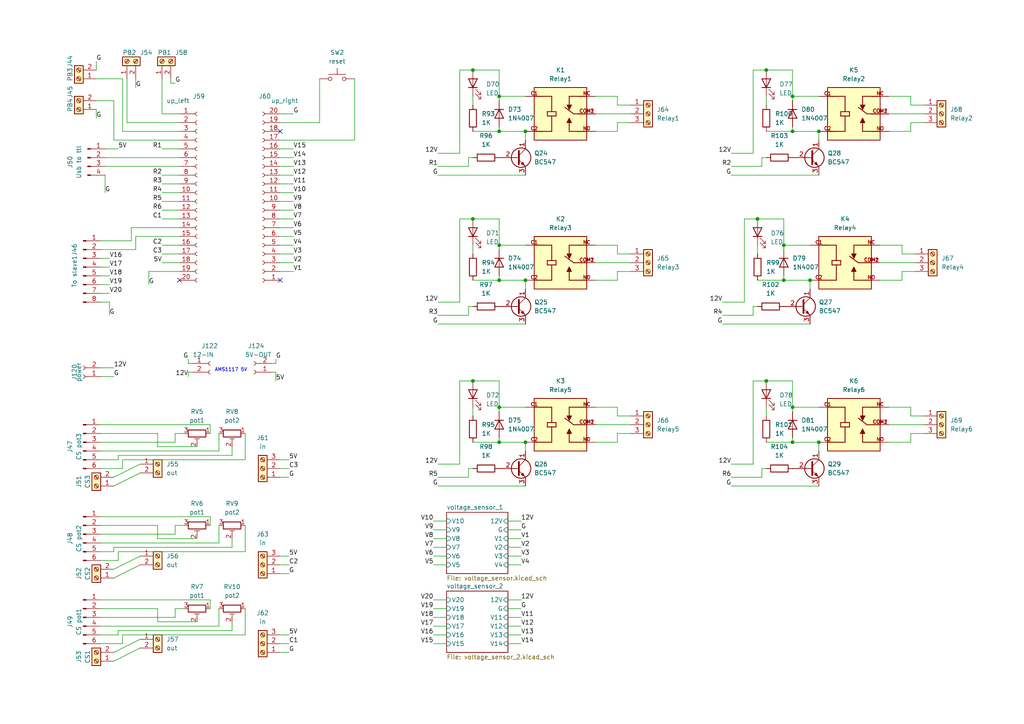
<source format=kicad_sch>
(kicad_sch (version 20211123) (generator eeschema)
  (paper "A4")
  (lib_symbols
    (symbol "Connector:Conn_01x02_Female" (pin_names (offset 1.016) hide)
      (property "Reference" "J" (at 0 2.54 0))
      (property "Value" "Conn_01x02_Female" (at 0 -5.08 0))
      (symbol "Conn_01x02_Female_1_1"
        (pin passive line (at -5.08 0 0) (length 3.81) (name "Pin_1") (number "1"))
        (pin passive line (at -5.08 -2.54 0) (length 3.81) (name "Pin_2") (number "2"))
      )
    )
    (symbol "Connector:Conn_01x04_Male" (pin_names (offset 1.016) hide)
      (property "Reference" "J" (at 0 5.08 0))
      (property "Value" "Conn_01x04_Male" (at 0 -7.62 0))
      (symbol "Conn_01x04_Male_1_1"
        (pin passive line (at 5.08 2.54 180) (length 3.81) (name "Pin_1") (number "1"))
        (pin passive line (at 5.08 0 180) (length 3.81) (name "Pin_2") (number "2"))
        (pin passive line (at 5.08 -2.54 180) (length 3.81) (name "Pin_3") (number "3"))
        (pin passive line (at 5.08 -5.08 180) (length 3.81) (name "Pin_4") (number "4"))
      )
    )
    (symbol "Connector:Conn_01x06_Male" (pin_names (offset 1.016) hide)
      (property "Reference" "J" (at 0 7.62 0))
      (property "Value" "Conn_01x06_Male" (at 0 -10.16 0))
      (symbol "Conn_01x06_Male_1_1"
        (pin passive line (at 5.08 5.08 180) (length 3.81) (name "Pin_1") (number "1"))
        (pin passive line (at 5.08 2.54 180) (length 3.81) (name "Pin_2") (number "2"))
        (pin passive line (at 5.08 0 180) (length 3.81) (name "Pin_3") (number "3"))
        (pin passive line (at 5.08 -2.54 180) (length 3.81) (name "Pin_4") (number "4"))
        (pin passive line (at 5.08 -5.08 180) (length 3.81) (name "Pin_5") (number "5"))
        (pin passive line (at 5.08 -7.62 180) (length 3.81) (name "Pin_6") (number "6"))
      )
    )
    (symbol "Connector:Conn_01x08_Male" (pin_names (offset 1.016) hide)
      (property "Reference" "J" (at 0 10.16 0))
      (property "Value" "Conn_01x08_Male" (at 0 -12.7 0))
      (symbol "Conn_01x08_Male_1_1"
        (pin passive line (at 5.08 7.62 180) (length 3.81) (name "Pin_1") (number "1"))
        (pin passive line (at 5.08 5.08 180) (length 3.81) (name "Pin_2") (number "2"))
        (pin passive line (at 5.08 2.54 180) (length 3.81) (name "Pin_3") (number "3"))
        (pin passive line (at 5.08 0 180) (length 3.81) (name "Pin_4") (number "4"))
        (pin passive line (at 5.08 -2.54 180) (length 3.81) (name "Pin_5") (number "5"))
        (pin passive line (at 5.08 -5.08 180) (length 3.81) (name "Pin_6") (number "6"))
        (pin passive line (at 5.08 -7.62 180) (length 3.81) (name "Pin_7") (number "7"))
        (pin passive line (at 5.08 -10.16 180) (length 3.81) (name "Pin_8") (number "8"))
      )
    )
    (symbol "Connector:Conn_01x20_Female" (pin_names (offset 1.016) hide)
      (property "Reference" "J" (at 0 25.4 0))
      (property "Value" "Conn_01x20_Female" (at 0 -27.94 0))
      (symbol "Conn_01x20_Female_1_1"
        (pin passive line (at -5.08 22.86 0) (length 3.81) (name "Pin_1") (number "1"))
        (pin passive line (at -5.08 0 0) (length 3.81) (name "Pin_10") (number "10"))
        (pin passive line (at -5.08 -2.54 0) (length 3.81) (name "Pin_11") (number "11"))
        (pin passive line (at -5.08 -5.08 0) (length 3.81) (name "Pin_12") (number "12"))
        (pin passive line (at -5.08 -7.62 0) (length 3.81) (name "Pin_13") (number "13"))
        (pin passive line (at -5.08 -10.16 0) (length 3.81) (name "Pin_14") (number "14"))
        (pin passive line (at -5.08 -12.7 0) (length 3.81) (name "Pin_15") (number "15"))
        (pin passive line (at -5.08 -15.24 0) (length 3.81) (name "Pin_16") (number "16"))
        (pin passive line (at -5.08 -17.78 0) (length 3.81) (name "Pin_17") (number "17"))
        (pin passive line (at -5.08 -20.32 0) (length 3.81) (name "Pin_18") (number "18"))
        (pin passive line (at -5.08 -22.86 0) (length 3.81) (name "Pin_19") (number "19"))
        (pin passive line (at -5.08 20.32 0) (length 3.81) (name "Pin_2") (number "2"))
        (pin passive line (at -5.08 -25.4 0) (length 3.81) (name "Pin_20") (number "20"))
        (pin passive line (at -5.08 17.78 0) (length 3.81) (name "Pin_3") (number "3"))
        (pin passive line (at -5.08 15.24 0) (length 3.81) (name "Pin_4") (number "4"))
        (pin passive line (at -5.08 12.7 0) (length 3.81) (name "Pin_5") (number "5"))
        (pin passive line (at -5.08 10.16 0) (length 3.81) (name "Pin_6") (number "6"))
        (pin passive line (at -5.08 7.62 0) (length 3.81) (name "Pin_7") (number "7"))
        (pin passive line (at -5.08 5.08 0) (length 3.81) (name "Pin_8") (number "8"))
        (pin passive line (at -5.08 2.54 0) (length 3.81) (name "Pin_9") (number "9"))
      )
    )
    (symbol "Connector:Screw_Terminal_01x02" (pin_names (offset 1.016) hide)
      (property "Reference" "J" (at 0 2.54 0))
      (property "Value" "Screw_Terminal_01x02" (at 0 -5.08 0))
      (symbol "Screw_Terminal_01x02_1_1"
        (pin passive line (at -5.08 0 0) (length 3.81) (name "Pin_1") (number "1"))
        (pin passive line (at -5.08 -2.54 0) (length 3.81) (name "Pin_2") (number "2"))
      )
    )
    (symbol "Connector:Screw_Terminal_01x03" (pin_names (offset 1.016) hide)
      (property "Reference" "J" (at 0 5.08 0))
      (property "Value" "Screw_Terminal_01x03" (at 0 -5.08 0))
      (symbol "Screw_Terminal_01x03_1_1"
        (pin passive line (at -5.08 2.54 0) (length 3.81) (name "Pin_1") (number "1"))
        (pin passive line (at -5.08 0 0) (length 3.81) (name "Pin_2") (number "2"))
        (pin passive line (at -5.08 -2.54 0) (length 3.81) (name "Pin_3") (number "3"))
      )
    )
    (symbol "Device:LED" (pin_numbers hide) (pin_names (offset 1.016) hide)
      (property "Reference" "D" (at 0 2.54 0))
      (property "Value" "LED" (at 0 -2.54 0))
      (symbol "LED_1_1"
        (pin passive line (at -3.81 0 0) (length 2.54) (name "K") (number "1"))
        (pin passive line (at 3.81 0 180) (length 2.54) (name "A") (number "2"))
      )
    )
    (symbol "Device:R" (pin_numbers hide) (pin_names (offset 0))
      (property "Reference" "R" (at 2.032 0 90))
      (property "Value" "R" (at 0 0 90))
      (symbol "R_1_1"
        (pin passive line (at 0 3.81 270) (length 1.27) (name "~") (number "1"))
        (pin passive line (at 0 -3.81 90) (length 1.27) (name "~") (number "2"))
      )
    )
    (symbol "Device:R_Potentiometer_Trim" (pin_names (offset 1.016) hide)
      (property "Reference" "RV" (at -4.445 0 90))
      (property "Value" "R_Potentiometer_Trim" (at -2.54 0 90))
      (symbol "R_Potentiometer_Trim_1_1"
        (pin passive line (at 0 3.81 270) (length 1.27) (name "1") (number "1"))
        (pin passive line (at 3.81 0 180) (length 1.27) (name "2") (number "2"))
        (pin passive line (at 0 -3.81 90) (length 1.27) (name "3") (number "3"))
      )
    )
    (symbol "Diode:1N4007" (pin_numbers hide) (pin_names hide)
      (property "Reference" "D" (at 0 2.54 0))
      (property "Value" "1N4007" (at 0 -2.54 0))
      (symbol "1N4007_1_1"
        (pin passive line (at -3.81 0 0) (length 2.54) (name "K") (number "1"))
        (pin passive line (at 3.81 0 180) (length 2.54) (name "A") (number "2"))
      )
    )
    (symbol "SLA-12VDC-SL-C:SLA-12VDC-SL-C" (pin_names (offset 1.016))
      (property "Reference" "K" (at -7.62 8.89 0))
      (property "Value" "SLA-12VDC-SL-C" (at -7.62 -10.16 0))
      (symbol "SLA-12VDC-SL-C_0_0"
        (pin passive line (at -10.16 5.08 0) (length 5.08) (name "~") (number "C1"))
        (pin passive line (at -10.16 -5.08 0) (length 5.08) (name "~") (number "C2"))
        (pin passive line (at 10.16 0 180) (length 5.08) (name "~") (number "COM1"))
        (pin passive line (at 10.16 0 180) (length 5.08) (name "~") (number "COM2"))
        (pin passive line (at 10.16 5.08 180) (length 5.08) (name "~") (number "NC"))
        (pin passive line (at 10.16 -5.08 180) (length 5.08) (name "~") (number "NO"))
      )
    )
    (symbol "Switch:SW_Push" (pin_numbers hide) (pin_names (offset 1.016) hide)
      (property "Reference" "SW" (at 1.27 2.54 0))
      (property "Value" "SW_Push" (at 0 -1.524 0))
      (symbol "SW_Push_0_1"
        (pin passive line (at -5.08 0 0) (length 2.54) (name "1") (number "1"))
        (pin passive line (at 5.08 0 180) (length 2.54) (name "2") (number "2"))
      )
    )
    (symbol "Transistor_BJT:BC547" (pin_names (offset 0) hide)
      (property "Reference" "Q" (at 5.08 1.905 0))
      (property "Value" "BC547" (at 5.08 0 0))
      (symbol "BC547_1_1"
        (pin passive line (at 2.54 5.08 270) (length 2.54) (name "C") (number "1"))
        (pin input line (at -5.08 0 0) (length 5.08) (name "B") (number "2"))
        (pin passive line (at 2.54 -5.08 90) (length 2.54) (name "E") (number "3"))
      )
    )
  )
  (junction (at 227.33 71.12))
  (junction (at 152.4 128.27))
  (junction (at 144.78 118.11))
  (junction (at 137.16 63.5))
  (junction (at 237.49 38.1))
  (junction (at 137.16 20.32))
  (junction (at 144.78 38.1))
  (junction (at 144.78 71.12))
  (junction (at 219.71 63.5))
  (junction (at 222.25 110.49))
  (junction (at 144.78 27.94))
  (junction (at 229.87 128.27))
  (junction (at 229.87 38.1))
  (junction (at 237.49 128.27))
  (junction (at 227.33 81.28))
  (junction (at 152.4 81.28))
  (junction (at 229.87 27.94))
  (junction (at 229.87 118.11))
  (junction (at 222.25 20.32))
  (junction (at 144.78 128.27))
  (junction (at 144.78 81.28))
  (junction (at 137.16 110.49))
  (junction (at 152.4 38.1))
  (junction (at 234.95 81.28))
  (no_connect (at 81.28 38.1))
  (no_connect (at 81.28 81.28))
  (no_connect (at 52.07 81.28))
  (wire (pts (xy 229.87 27.94) (xy 237.49 27.94)))
  (wire (pts (xy 31.75 82.55) (xy 29.21 82.55)))
  (wire (pts (xy 81.28 33.02) (xy 85.09 33.02)))
  (wire (pts (xy 71.12 160.02) (xy 34.29 160.02)))
  (wire (pts (xy 85.09 43.18) (xy 81.28 43.18)))
  (wire (pts (xy 45.72 180.34) (xy 57.15 180.34)))
  (wire (pts (xy 50.8 24.13) (xy 49.53 24.13)))
  (wire (pts (xy 46.99 76.2) (xy 52.07 76.2)))
  (wire (pts (xy 237.49 128.27) (xy 237.49 130.81)))
  (wire (pts (xy 218.44 91.44) (xy 218.44 88.9)))
  (wire (pts (xy 144.78 128.27) (xy 152.4 128.27)))
  (wire (pts (xy 265.43 78.74) (xy 261.62 78.74)))
  (wire (pts (xy 151.13 184.15) (xy 147.32 184.15)))
  (wire (pts (xy 45.72 125.73) (xy 45.72 129.54)))
  (wire (pts (xy 144.78 20.32) (xy 144.78 27.94)))
  (wire (pts (xy 179.07 30.48) (xy 182.88 30.48)))
  (wire (pts (xy 229.87 20.32) (xy 229.87 27.94)))
  (wire (pts (xy 264.16 128.27) (xy 257.81 128.27)))
  (wire (pts (xy 133.35 110.49) (xy 137.16 110.49)))
  (wire (pts (xy 267.97 35.56) (xy 264.16 35.56)))
  (wire (pts (xy 83.82 133.35) (xy 81.28 133.35)))
  (wire (pts (xy 85.09 73.66) (xy 81.28 73.66)))
  (wire (pts (xy 255.27 76.2) (xy 265.43 76.2)))
  (wire (pts (xy 179.07 35.56) (xy 179.07 38.1)))
  (wire (pts (xy 172.72 27.94) (xy 179.07 27.94)))
  (wire (pts (xy 46.99 71.12) (xy 52.07 71.12)))
  (wire (pts (xy 50.8 152.4) (xy 53.34 152.4)))
  (wire (pts (xy 133.35 110.49) (xy 133.35 134.62)))
  (wire (pts (xy 218.44 134.62) (xy 212.09 134.62)))
  (wire (pts (xy 144.78 127) (xy 144.78 128.27)))
  (wire (pts (xy 29.21 186.69) (xy 35.56 186.69)))
  (wire (pts (xy 60.96 173.99) (xy 60.96 176.53)))
  (wire (pts (xy 135.89 91.44) (xy 135.89 88.9)))
  (wire (pts (xy 46.99 50.8) (xy 52.07 50.8)))
  (wire (pts (xy 67.31 180.34) (xy 67.31 182.88)))
  (wire (pts (xy 144.78 29.21) (xy 144.78 27.94)))
  (wire (pts (xy 33.02 40.64) (xy 52.07 40.64)))
  (wire (pts (xy 67.31 129.54) (xy 67.31 132.08)))
  (wire (pts (xy 151.13 158.75) (xy 147.32 158.75)))
  (wire (pts (xy 137.16 38.1) (xy 144.78 38.1)))
  (wire (pts (xy 222.25 110.49) (xy 229.87 110.49)))
  (wire (pts (xy 137.16 110.49) (xy 144.78 110.49)))
  (wire (pts (xy 127 50.8) (xy 152.4 50.8)))
  (wire (pts (xy 29.21 173.99) (xy 60.96 173.99)))
  (wire (pts (xy 33.02 160.02) (xy 29.21 160.02)))
  (wire (pts (xy 54.61 109.22) (xy 54.61 107.95)))
  (wire (pts (xy 85.09 58.42) (xy 81.28 58.42)))
  (wire (pts (xy 63.5 152.4) (xy 63.5 157.48)))
  (wire (pts (xy 261.62 78.74) (xy 261.62 81.28)))
  (wire (pts (xy 182.88 125.73) (xy 179.07 125.73)))
  (wire (pts (xy 212.09 138.43) (xy 220.98 138.43)))
  (wire (pts (xy 144.78 119.38) (xy 144.78 118.11)))
  (wire (pts (xy 220.98 48.26) (xy 220.98 45.72)))
  (wire (pts (xy 127 93.98) (xy 152.4 93.98)))
  (wire (pts (xy 264.16 125.73) (xy 264.16 128.27)))
  (wire (pts (xy 125.73 186.69) (xy 129.54 186.69)))
  (wire (pts (xy 219.71 63.5) (xy 227.33 63.5)))
  (wire (pts (xy 85.09 45.72) (xy 81.28 45.72)))
  (wire (pts (xy 46.99 73.66) (xy 52.07 73.66)))
  (wire (pts (xy 125.73 181.61) (xy 129.54 181.61)))
  (wire (pts (xy 34.29 162.56) (xy 29.21 162.56)))
  (wire (pts (xy 29.21 125.73) (xy 45.72 125.73)))
  (wire (pts (xy 215.9 87.63) (xy 209.55 87.63)))
  (wire (pts (xy 46.99 58.42) (xy 52.07 58.42)))
  (wire (pts (xy 60.96 152.4) (xy 60.96 149.86)))
  (wire (pts (xy 85.09 48.26) (xy 81.28 48.26)))
  (wire (pts (xy 33.02 138.43) (xy 40.64 134.62)))
  (wire (pts (xy 33.02 167.64) (xy 40.64 163.83)))
  (wire (pts (xy 179.07 38.1) (xy 172.72 38.1)))
  (wire (pts (xy 31.75 77.47) (xy 29.21 77.47)))
  (wire (pts (xy 30.48 50.8) (xy 30.48 55.88)))
  (wire (pts (xy 83.82 186.69) (xy 81.28 186.69)))
  (wire (pts (xy 35.56 133.35) (xy 71.12 133.35)))
  (wire (pts (xy 152.4 38.1) (xy 152.4 40.64)))
  (wire (pts (xy 137.16 20.32) (xy 144.78 20.32)))
  (wire (pts (xy 144.78 38.1) (xy 152.4 38.1)))
  (wire (pts (xy 85.09 60.96) (xy 81.28 60.96)))
  (wire (pts (xy 229.87 128.27) (xy 237.49 128.27)))
  (wire (pts (xy 71.12 152.4) (xy 71.12 160.02)))
  (wire (pts (xy 125.73 163.83) (xy 129.54 163.83)))
  (wire (pts (xy 229.87 38.1) (xy 237.49 38.1)))
  (wire (pts (xy 46.99 53.34) (xy 52.07 53.34)))
  (wire (pts (xy 144.78 81.28) (xy 152.4 81.28)))
  (wire (pts (xy 71.12 176.53) (xy 71.12 184.15)))
  (wire (pts (xy 261.62 71.12) (xy 261.62 73.66)))
  (wire (pts (xy 31.75 74.93) (xy 29.21 74.93)))
  (wire (pts (xy 227.33 81.28) (xy 234.95 81.28)))
  (wire (pts (xy 219.71 81.28) (xy 227.33 81.28)))
  (wire (pts (xy 237.49 38.1) (xy 237.49 40.64)))
  (wire (pts (xy 215.9 63.5) (xy 215.9 87.63)))
  (wire (pts (xy 137.16 27.94) (xy 137.16 30.48)))
  (wire (pts (xy 33.02 165.1) (xy 40.64 161.29)))
  (wire (pts (xy 34.29 182.88) (xy 34.29 184.15)))
  (wire (pts (xy 85.09 78.74) (xy 81.28 78.74)))
  (wire (pts (xy 102.87 22.86) (xy 102.87 40.64)))
  (wire (pts (xy 31.75 87.63) (xy 31.75 91.44)))
  (wire (pts (xy 133.35 63.5) (xy 137.16 63.5)))
  (wire (pts (xy 229.87 110.49) (xy 229.87 118.11)))
  (wire (pts (xy 125.73 179.07) (xy 129.54 179.07)))
  (wire (pts (xy 92.71 35.56) (xy 81.28 35.56)))
  (wire (pts (xy 264.16 38.1) (xy 257.81 38.1)))
  (wire (pts (xy 35.56 22.86) (xy 35.56 38.1)))
  (wire (pts (xy 218.44 20.32) (xy 222.25 20.32)))
  (wire (pts (xy 46.99 33.02) (xy 52.07 33.02)))
  (wire (pts (xy 172.72 71.12) (xy 179.07 71.12)))
  (wire (pts (xy 81.28 138.43) (xy 83.82 138.43)))
  (wire (pts (xy 147.32 176.53) (xy 151.13 176.53)))
  (wire (pts (xy 264.16 30.48) (xy 267.97 30.48)))
  (wire (pts (xy 227.33 63.5) (xy 227.33 71.12)))
  (wire (pts (xy 218.44 20.32) (xy 218.44 44.45)))
  (wire (pts (xy 29.21 135.89) (xy 35.56 135.89)))
  (wire (pts (xy 78.74 105.41) (xy 80.01 105.41)))
  (wire (pts (xy 50.8 125.73) (xy 50.8 128.27)))
  (wire (pts (xy 133.35 20.32) (xy 137.16 20.32)))
  (wire (pts (xy 49.53 22.86) (xy 49.53 24.13)))
  (wire (pts (xy 34.29 43.18) (xy 30.48 43.18)))
  (wire (pts (xy 29.21 87.63) (xy 31.75 87.63)))
  (wire (pts (xy 144.78 36.83) (xy 144.78 38.1)))
  (wire (pts (xy 46.99 43.18) (xy 52.07 43.18)))
  (wire (pts (xy 222.25 128.27) (xy 229.87 128.27)))
  (wire (pts (xy 36.83 22.86) (xy 36.83 35.56)))
  (wire (pts (xy 229.87 127) (xy 229.87 128.27)))
  (wire (pts (xy 31.75 80.01) (xy 29.21 80.01)))
  (wire (pts (xy 39.37 72.39) (xy 39.37 68.58)))
  (wire (pts (xy 267.97 125.73) (xy 264.16 125.73)))
  (wire (pts (xy 60.96 123.19) (xy 29.21 123.19)))
  (wire (pts (xy 218.44 88.9) (xy 219.71 88.9)))
  (wire (pts (xy 179.07 118.11) (xy 179.07 120.65)))
  (wire (pts (xy 172.72 123.19) (xy 182.88 123.19)))
  (wire (pts (xy 212.09 140.97) (xy 237.49 140.97)))
  (wire (pts (xy 261.62 81.28) (xy 255.27 81.28)))
  (wire (pts (xy 137.16 118.11) (xy 137.16 120.65)))
  (wire (pts (xy 27.94 29.21) (xy 33.02 29.21)))
  (wire (pts (xy 53.34 176.53) (xy 50.8 176.53)))
  (wire (pts (xy 29.21 109.22) (xy 33.02 109.22)))
  (wire (pts (xy 229.87 36.83) (xy 229.87 38.1)))
  (wire (pts (xy 36.83 35.56) (xy 52.07 35.56)))
  (wire (pts (xy 30.48 48.26) (xy 52.07 48.26)))
  (wire (pts (xy 172.72 118.11) (xy 179.07 118.11)))
  (wire (pts (xy 125.73 151.13) (xy 129.54 151.13)))
  (wire (pts (xy 264.16 118.11) (xy 264.16 120.65)))
  (wire (pts (xy 135.89 88.9) (xy 137.16 88.9)))
  (wire (pts (xy 137.16 71.12) (xy 137.16 73.66)))
  (wire (pts (xy 151.13 186.69) (xy 147.32 186.69)))
  (wire (pts (xy 63.5 176.53) (xy 63.5 181.61)))
  (wire (pts (xy 144.78 110.49) (xy 144.78 118.11)))
  (wire (pts (xy 137.16 63.5) (xy 144.78 63.5)))
  (wire (pts (xy 60.96 149.86) (xy 29.21 149.86)))
  (wire (pts (xy 147.32 151.13) (xy 151.13 151.13)))
  (wire (pts (xy 30.48 45.72) (xy 52.07 45.72)))
  (wire (pts (xy 179.07 78.74) (xy 179.07 81.28)))
  (wire (pts (xy 33.02 191.77) (xy 40.64 187.96)))
  (wire (pts (xy 125.73 158.75) (xy 129.54 158.75)))
  (wire (pts (xy 85.09 66.04) (xy 81.28 66.04)))
  (wire (pts (xy 102.87 40.64) (xy 81.28 40.64)))
  (wire (pts (xy 151.13 163.83) (xy 147.32 163.83)))
  (wire (pts (xy 85.09 55.88) (xy 81.28 55.88)))
  (wire (pts (xy 229.87 118.11) (xy 237.49 118.11)))
  (wire (pts (xy 125.73 161.29) (xy 129.54 161.29)))
  (wire (pts (xy 220.98 138.43) (xy 220.98 135.89)))
  (wire (pts (xy 135.89 135.89) (xy 137.16 135.89)))
  (wire (pts (xy 43.18 82.55) (xy 43.18 78.74)))
  (wire (pts (xy 35.56 184.15) (xy 71.12 184.15)))
  (wire (pts (xy 257.81 118.11) (xy 264.16 118.11)))
  (wire (pts (xy 179.07 120.65) (xy 182.88 120.65)))
  (wire (pts (xy 172.72 76.2) (xy 182.88 76.2)))
  (wire (pts (xy 34.29 133.35) (xy 29.21 133.35)))
  (wire (pts (xy 53.34 125.73) (xy 50.8 125.73)))
  (wire (pts (xy 54.61 107.95) (xy 55.88 107.95)))
  (wire (pts (xy 45.72 176.53) (xy 45.72 180.34)))
  (wire (pts (xy 220.98 135.89) (xy 222.25 135.89)))
  (wire (pts (xy 222.25 27.94) (xy 222.25 30.48)))
  (wire (pts (xy 46.99 22.86) (xy 46.99 33.02)))
  (wire (pts (xy 125.73 176.53) (xy 129.54 176.53)))
  (wire (pts (xy 55.88 105.41) (xy 54.61 105.41)))
  (wire (pts (xy 125.73 184.15) (xy 129.54 184.15)))
  (wire (pts (xy 63.5 125.73) (xy 63.5 130.81)))
  (wire (pts (xy 71.12 133.35) (xy 71.12 125.73)))
  (wire (pts (xy 85.09 76.2) (xy 81.28 76.2)))
  (wire (pts (xy 218.44 110.49) (xy 218.44 134.62)))
  (wire (pts (xy 80.01 105.41) (xy 80.01 104.14)))
  (wire (pts (xy 219.71 71.12) (xy 219.71 73.66)))
  (wire (pts (xy 179.07 125.73) (xy 179.07 128.27)))
  (wire (pts (xy 78.74 107.95) (xy 80.01 107.95)))
  (wire (pts (xy 133.35 63.5) (xy 133.35 87.63)))
  (wire (pts (xy 83.82 161.29) (xy 81.28 161.29)))
  (wire (pts (xy 144.78 72.39) (xy 144.78 71.12)))
  (wire (pts (xy 92.71 22.86) (xy 92.71 35.56)))
  (wire (pts (xy 67.31 158.75) (xy 33.02 158.75)))
  (wire (pts (xy 45.72 129.54) (xy 57.15 129.54)))
  (wire (pts (xy 67.31 182.88) (xy 34.29 182.88)))
  (wire (pts (xy 29.21 154.94) (xy 50.8 154.94)))
  (wire (pts (xy 125.73 173.99) (xy 129.54 173.99)))
  (wire (pts (xy 209.55 91.44) (xy 218.44 91.44)))
  (wire (pts (xy 179.07 128.27) (xy 172.72 128.27)))
  (wire (pts (xy 229.87 29.21) (xy 229.87 27.94)))
  (wire (pts (xy 38.1 66.04) (xy 52.07 66.04)))
  (wire (pts (xy 29.21 181.61) (xy 63.5 181.61)))
  (wire (pts (xy 257.81 27.94) (xy 264.16 27.94)))
  (wire (pts (xy 220.98 45.72) (xy 222.25 45.72)))
  (wire (pts (xy 152.4 81.28) (xy 152.4 83.82)))
  (wire (pts (xy 50.8 179.07) (xy 29.21 179.07)))
  (wire (pts (xy 46.99 60.96) (xy 52.07 60.96)))
  (wire (pts (xy 151.13 161.29) (xy 147.32 161.29)))
  (wire (pts (xy 151.13 179.07) (xy 147.32 179.07)))
  (wire (pts (xy 212.09 48.26) (xy 220.98 48.26)))
  (wire (pts (xy 152.4 128.27) (xy 152.4 130.81)))
  (wire (pts (xy 179.07 27.94) (xy 179.07 30.48)))
  (wire (pts (xy 135.89 45.72) (xy 137.16 45.72)))
  (wire (pts (xy 144.78 80.01) (xy 144.78 81.28)))
  (wire (pts (xy 54.61 105.41) (xy 54.61 104.14)))
  (wire (pts (xy 144.78 63.5) (xy 144.78 71.12)))
  (wire (pts (xy 50.8 176.53) (xy 50.8 179.07)))
  (wire (pts (xy 63.5 157.48) (xy 29.21 157.48)))
  (wire (pts (xy 35.56 38.1) (xy 52.07 38.1)))
  (wire (pts (xy 33.02 158.75) (xy 33.02 160.02)))
  (wire (pts (xy 151.13 181.61) (xy 147.32 181.61)))
  (wire (pts (xy 85.09 68.58) (xy 81.28 68.58)))
  (wire (pts (xy 85.09 53.34) (xy 81.28 53.34)))
  (wire (pts (xy 227.33 71.12) (xy 234.95 71.12)))
  (wire (pts (xy 127 91.44) (xy 135.89 91.44)))
  (wire (pts (xy 257.81 33.02) (xy 267.97 33.02)))
  (wire (pts (xy 218.44 110.49) (xy 222.25 110.49)))
  (wire (pts (xy 209.55 93.98) (xy 234.95 93.98)))
  (wire (pts (xy 137.16 128.27) (xy 144.78 128.27)))
  (wire (pts (xy 29.21 69.85) (xy 38.1 69.85)))
  (wire (pts (xy 33.02 189.23) (xy 40.64 185.42)))
  (wire (pts (xy 50.8 154.94) (xy 50.8 152.4)))
  (wire (pts (xy 34.29 132.08) (xy 34.29 133.35)))
  (wire (pts (xy 39.37 68.58) (xy 52.07 68.58)))
  (wire (pts (xy 151.13 156.21) (xy 147.32 156.21)))
  (wire (pts (xy 264.16 35.56) (xy 264.16 38.1)))
  (wire (pts (xy 27.94 31.75) (xy 27.94 34.29)))
  (wire (pts (xy 29.21 176.53) (xy 45.72 176.53)))
  (wire (pts (xy 81.28 189.23) (xy 83.82 189.23)))
  (wire (pts (xy 135.89 138.43) (xy 135.89 135.89)))
  (wire (pts (xy 63.5 130.81) (xy 29.21 130.81)))
  (wire (pts (xy 135.89 48.26) (xy 135.89 45.72)))
  (wire (pts (xy 85.09 71.12) (xy 81.28 71.12)))
  (wire (pts (xy 137.16 81.28) (xy 144.78 81.28)))
  (wire (pts (xy 83.82 184.15) (xy 81.28 184.15)))
  (wire (pts (xy 127 48.26) (xy 135.89 48.26)))
  (wire (pts (xy 125.73 153.67) (xy 129.54 153.67)))
  (wire (pts (xy 133.35 87.63) (xy 127 87.63)))
  (wire (pts (xy 43.18 78.74) (xy 52.07 78.74)))
  (wire (pts (xy 39.37 22.86) (xy 39.37 25.4)))
  (wire (pts (xy 67.31 156.21) (xy 67.31 158.75)))
  (wire (pts (xy 33.02 29.21) (xy 33.02 40.64)))
  (wire (pts (xy 264.16 27.94) (xy 264.16 30.48)))
  (wire (pts (xy 27.94 17.78) (xy 27.94 20.32)))
  (wire (pts (xy 125.73 156.21) (xy 129.54 156.21)))
  (wire (pts (xy 172.72 33.02) (xy 182.88 33.02)))
  (wire (pts (xy 29.21 184.15) (xy 34.29 184.15)))
  (wire (pts (xy 229.87 119.38) (xy 229.87 118.11)))
  (wire (pts (xy 222.25 38.1) (xy 229.87 38.1)))
  (wire (pts (xy 45.72 156.21) (xy 57.15 156.21)))
  (wire (pts (xy 27.94 22.86) (xy 35.56 22.86)))
  (wire (pts (xy 182.88 78.74) (xy 179.07 78.74)))
  (wire (pts (xy 45.72 152.4) (xy 29.21 152.4)))
  (wire (pts (xy 182.88 35.56) (xy 179.07 35.56)))
  (wire (pts (xy 179.07 81.28) (xy 172.72 81.28)))
  (wire (pts (xy 83.82 135.89) (xy 81.28 135.89)))
  (wire (pts (xy 222.25 20.32) (xy 229.87 20.32)))
  (wire (pts (xy 29.21 106.68) (xy 33.02 106.68)))
  (wire (pts (xy 38.1 69.85) (xy 38.1 66.04)))
  (wire (pts (xy 255.27 71.12) (xy 261.62 71.12)))
  (wire (pts (xy 147.32 153.67) (xy 151.13 153.67)))
  (wire (pts (xy 147.32 173.99) (xy 151.13 173.99)))
  (wire (pts (xy 34.29 160.02) (xy 34.29 162.56)))
  (wire (pts (xy 144.78 118.11) (xy 152.4 118.11)))
  (wire (pts (xy 50.8 128.27) (xy 29.21 128.27)))
  (wire (pts (xy 218.44 44.45) (xy 212.09 44.45)))
  (wire (pts (xy 133.35 44.45) (xy 127 44.45)))
  (wire (pts (xy 179.07 73.66) (xy 182.88 73.66)))
  (wire (pts (xy 222.25 118.11) (xy 222.25 120.65)))
  (wire (pts (xy 212.09 50.8) (xy 237.49 50.8)))
  (wire (pts (xy 81.28 166.37) (xy 83.82 166.37)))
  (wire (pts (xy 227.33 80.01) (xy 227.33 81.28)))
  (wire (pts (xy 35.56 186.69) (xy 35.56 184.15)))
  (wire (pts (xy 45.72 156.21) (xy 45.72 152.4)))
  (wire (pts (xy 179.07 71.12) (xy 179.07 73.66)))
  (wire (pts (xy 144.78 71.12) (xy 152.4 71.12)))
  (wire (pts (xy 33.02 140.97) (xy 40.64 137.16)))
  (wire (pts (xy 60.96 125.73) (xy 60.96 123.19)))
  (wire (pts (xy 133.35 134.62) (xy 127 134.62)))
  (wire (pts (xy 85.09 63.5) (xy 81.28 63.5)))
  (wire (pts (xy 261.62 73.66) (xy 265.43 73.66)))
  (wire (pts (xy 85.09 50.8) (xy 81.28 50.8)))
  (wire (pts (xy 215.9 63.5) (xy 219.71 63.5)))
  (wire (pts (xy 46.99 55.88) (xy 52.07 55.88)))
  (wire (pts (xy 29.21 72.39) (xy 39.37 72.39)))
  (wire (pts (xy 46.99 63.5) (xy 52.07 63.5)))
  (wire (pts (xy 127 138.43) (xy 135.89 138.43)))
  (wire (pts (xy 31.75 85.09) (xy 29.21 85.09)))
  (wire (pts (xy 144.78 27.94) (xy 152.4 27.94)))
  (wire (pts (xy 127 140.97) (xy 152.4 140.97)))
  (wire (pts (xy 35.56 135.89) (xy 35.56 133.35)))
  (wire (pts (xy 264.16 120.65) (xy 267.97 120.65)))
  (wire (pts (xy 83.82 163.83) (xy 81.28 163.83)))
  (wire (pts (xy 80.01 107.95) (xy 80.01 110.49)))
  (wire (pts (xy 234.95 81.28) (xy 234.95 83.82)))
  (wire (pts (xy 67.31 132.08) (xy 34.29 132.08)))
  (wire (pts (xy 133.35 20.32) (xy 133.35 44.45)))
  (wire (pts (xy 227.33 72.39) (xy 227.33 71.12)))
  (wire (pts (xy 257.81 123.19) (xy 267.97 123.19)))
  (text "AMS1117 5V" (at 62.23 107.95 0) (effects (font (size 1 1)) (justify left bottom)))
  (label "12V" (at 127 134.62 180))
  (label "G" (at 83.82 166.37 0))
  (label "R1" (at 46.99 43.18 180))
  (label "V16" (at 31.75 74.93 0))
  (label "V11" (at 85.09 53.34 0))
  (label "G" (at 50.8 24.13 0))
  (label "G" (at 39.37 25.4 0))
  (label "C2" (at 83.82 163.83 0))
  (label "12V" (at 151.13 173.99 0))
  (label "G" (at 212.09 140.97 180))
  (label "V7" (at 85.09 63.5 0))
  (label "G" (at 30.48 55.88 0))
  (label "5V" (at 83.82 133.35 0))
  (label "V8" (at 125.73 156.21 180))
  (label "V12" (at 151.13 181.61 0))
  (label "V17" (at 125.73 181.61 180))
  (label "G" (at 31.75 91.44 0))
  (label "12V" (at 212.09 44.45 180))
  (label "5V" (at 83.82 161.29 0))
  (label "V1" (at 85.09 78.74 0))
  (label "V11" (at 151.13 179.07 0))
  (label "5V" (at 80.01 110.49 0))
  (label "V20" (at 125.73 173.99 180))
  (label "V7" (at 125.73 158.75 180))
  (label "R5" (at 127 138.43 180))
  (label "G" (at 85.09 33.02 0))
  (label "V18" (at 125.73 179.07 180))
  (label "G" (at 80.01 104.14 0))
  (label "R3" (at 46.99 53.34 180))
  (label "G" (at 127 50.8 180))
  (label "V19" (at 125.73 176.53 180))
  (label "G" (at 43.18 82.55 0))
  (label "V8" (at 85.09 60.96 0))
  (label "12V" (at 33.02 106.68 0))
  (label "G" (at 83.82 138.43 0))
  (label "C1" (at 83.82 186.69 0))
  (label "V1" (at 151.13 156.21 0))
  (label "G" (at 33.02 109.22 0))
  (label "V5" (at 125.73 163.83 180))
  (label "V14" (at 85.09 45.72 0))
  (label "C1" (at 46.99 63.5 180))
  (label "R3" (at 127 91.44 180))
  (label "V17" (at 31.75 77.47 0))
  (label "12V" (at 209.55 87.63 180))
  (label "V9" (at 85.09 58.42 0))
  (label "R4" (at 46.99 55.88 180))
  (label "G" (at 27.94 17.78 0))
  (label "G" (at 54.61 104.14 180))
  (label "12V" (at 127 44.45 180))
  (label "R5" (at 46.99 58.42 180))
  (label "G" (at 151.13 153.67 0))
  (label "V2" (at 151.13 158.75 0))
  (label "G" (at 27.94 34.29 0))
  (label "V2" (at 85.09 76.2 0))
  (label "12V" (at 54.61 109.22 180))
  (label "R6" (at 212.09 138.43 180))
  (label "V13" (at 151.13 184.15 0))
  (label "V15" (at 85.09 43.18 0))
  (label "5V" (at 46.99 76.2 180))
  (label "V4" (at 151.13 163.83 0))
  (label "G" (at 209.55 93.98 180))
  (label "V6" (at 85.09 66.04 0))
  (label "V3" (at 85.09 73.66 0))
  (label "R4" (at 209.55 91.44 180))
  (label "R2" (at 46.99 50.8 180))
  (label "G" (at 127 140.97 180))
  (label "V10" (at 125.73 151.13 180))
  (label "V4" (at 85.09 71.12 0))
  (label "C2" (at 46.99 71.12 180))
  (label "R2" (at 212.09 48.26 180))
  (label "C3" (at 46.99 73.66 180))
  (label "V10" (at 85.09 55.88 0))
  (label "12V" (at 212.09 134.62 180))
  (label "5V" (at 83.82 184.15 0))
  (label "R1" (at 127 48.26 180))
  (label "V13" (at 85.09 48.26 0))
  (label "G" (at 212.09 50.8 180))
  (label "V3" (at 151.13 161.29 0))
  (label "V14" (at 151.13 186.69 0))
  (label "V12" (at 85.09 50.8 0))
  (label "V19" (at 31.75 82.55 0))
  (label "V5" (at 85.09 68.58 0))
  (label "G" (at 83.82 189.23 0))
  (label "12V" (at 127 87.63 180))
  (label "G" (at 127 93.98 180))
  (label "C3" (at 83.82 135.89 0))
  (label "G" (at 151.13 176.53 0))
  (label "V20" (at 31.75 85.09 0))
  (label "V9" (at 125.73 153.67 180))
  (label "V16" (at 125.73 184.15 180))
  (label "V15" (at 125.73 186.69 180))
  (label "V6" (at 125.73 161.29 180))
  (label "R6" (at 46.99 60.96 180))
  (label "5V" (at 34.29 43.18 0))
  (label "12V" (at 151.13 151.13 0))
  (label "V18" (at 31.75 80.01 0))
  (symbol (lib_id "Device:R_Potentiometer_Trim") (at 57.15 125.73 270) (unit 1)
    (property "Reference" "RV5" (at 57.15 119.38 90))
    (property "Value" "pot1" (at 57.15 121.92 90))
  )
  (symbol (lib_id "Device:R_Potentiometer_Trim") (at 67.31 152.4 270) (unit 1)
    (property "Reference" "RV9" (at 67.31 146.05 90))
    (property "Value" "pot2" (at 67.31 148.59 90))
  )
  (symbol (lib_id "Device:R_Potentiometer_Trim") (at 57.15 176.53 270) (unit 1)
    (property "Reference" "RV7" (at 57.15 170.18 90))
    (property "Value" "pot1" (at 57.15 172.72 90))
  )
  (symbol (lib_id "Device:LED") (at 219.71 67.31 90) (unit 1)
    (property "Reference" "D76" (at 223.52 67.6274 90) (effects (justify right)))
    (property "Value" "LED" (at 223.52 70.1674 90) (effects (justify right)))
  )
  (symbol (lib_id "Device:R_Potentiometer_Trim") (at 67.31 176.53 270) (unit 1)
    (property "Reference" "RV10" (at 67.31 170.18 90))
    (property "Value" "pot2" (at 67.31 172.72 90))
  )
  (symbol (lib_id "SLA-12VDC-SL-C:SLA-12VDC-SL-C") (at 247.65 33.02 0) (unit 1)
    (property "Reference" "K5" (at 247.65 20.32 0))
    (property "Value" "Relay2" (at 247.65 22.86 0))
    (property "Footprint" "RELAY_SLA-12VDC-SL-C" (effects hide))
    (property "MAXIMUM_PACKAGE_HEIGHT" "20.4 mm" (effects hide))
    (property "MANUFACTURER" "Songle Relay" (effects hide))
    (property "STANDARD" "Manufacturer Recommendations" (effects hide))
  )
  (symbol (lib_id "Device:R") (at 223.52 88.9 90) (unit 1)
    (property "Reference" "R102" (at 223.52 82.55 90))
    (property "Value" "1K" (at 223.52 85.09 90))
  )
  (symbol (lib_id "Connector:Conn_01x08_Male") (at 24.13 77.47 0) (unit 1)
    (property "Reference" "J46" (at 21.59 72.39 90))
    (property "Value" "To slave1" (at 21.59 78.74 90))
  )
  (symbol (lib_id "SLA-12VDC-SL-C:SLA-12VDC-SL-C") (at 162.56 33.02 0) (unit 1)
    (property "Reference" "K1" (at 162.56 20.32 0))
    (property "Value" "Relay1" (at 162.56 22.86 0))
    (property "Footprint" "RELAY_SLA-12VDC-SL-C" (effects hide))
    (property "MAXIMUM_PACKAGE_HEIGHT" "20.4 mm" (effects hide))
    (property "MANUFACTURER" "Songle Relay" (effects hide))
    (property "STANDARD" "Manufacturer Recommendations" (effects hide))
  )
  (symbol (lib_id "Transistor_BJT:BC547") (at 149.86 135.89 0) (unit 1)
    (property "Reference" "Q26" (at 154.94 134.6199 0) (effects (justify left)))
    (property "Value" "BC547" (at 154.94 137.1599 0) (effects (justify left)))
    (property "Footprint" "Package_TO_SOT_THT:TO-92_Inline" (effects hide))
    (property "Datasheet" "https://www.onsemi.com/pub/Collateral/BC550-D.pdf" (effects hide))
  )
  (symbol (lib_id "Transistor_BJT:BC547") (at 234.95 135.89 0) (unit 1)
    (property "Reference" "Q29" (at 240.03 134.6199 0) (effects (justify left)))
    (property "Value" "BC547" (at 240.03 137.1599 0) (effects (justify left)))
    (property "Footprint" "Package_TO_SOT_THT:TO-92_Inline" (effects hide))
    (property "Datasheet" "https://www.onsemi.com/pub/Collateral/BC550-D.pdf" (effects hide))
  )
  (symbol (lib_id "Device:LED") (at 222.25 24.13 90) (unit 1)
    (property "Reference" "D77" (at 226.06 24.4474 90) (effects (justify right)))
    (property "Value" "LED" (at 226.06 26.9874 90) (effects (justify right)))
  )
  (symbol (lib_id "Device:LED") (at 137.16 114.3 90) (unit 1)
    (property "Reference" "D72" (at 140.97 114.6174 90) (effects (justify right)))
    (property "Value" "LED" (at 140.97 117.1574 90) (effects (justify right)))
  )
  (symbol (lib_id "Diode:1N4007") (at 229.87 123.19 270) (unit 1)
    (property "Reference" "D81" (at 232.41 121.9199 90) (effects (justify left)))
    (property "Value" "1N4007" (at 232.41 124.4599 90) (effects (justify left)))
    (property "Footprint" "Diode_THT:D_DO-41_SOD81_P10.16mm_Horizontal" (effects hide))
    (property "Datasheet" "http://www.vishay.com/docs/88503/1n4001.pdf" (effects hide))
  )
  (symbol (lib_id "Connector:Screw_Terminal_01x02") (at 45.72 134.62 0) (unit 1)
    (property "Reference" "J55" (at 48.26 134.6199 0) (effects (justify left)))
    (property "Value" "out" (at 48.26 137.1599 0) (effects (justify left)))
  )
  (symbol (lib_id "Connector:Conn_01x04_Male") (at 25.4 45.72 0) (unit 1)
    (property "Reference" "J50" (at 20.32 46.99 90))
    (property "Value" "Usb to ttl" (at 22.86 46.99 90))
    (property "Footprint" "Connector_PinSocket_2.54mm:PinSocket_1x04_P2.54mm_Vertical" (effects hide))
  )
  (symbol (lib_id "Connector:Conn_01x02_Female") (at 60.96 105.41 0) (unit 1)
    (property "Reference" "J122" (at 58.42 100.33 0) (effects (justify left)))
    (property "Value" "12-IN" (at 55.88 102.87 0) (effects (justify left)))
  )
  (symbol (lib_id "Connector:Screw_Terminal_01x03") (at 187.96 33.02 0) (unit 1)
    (property "Reference" "J64" (at 190.5 31.7499 0) (effects (justify left)))
    (property "Value" "Relay1" (at 190.5 34.2899 0) (effects (justify left)))
    (property "Footprint" "Connector_PinSocket_2.54mm:PinSocket_1x03_P2.54mm_Vertical" (effects hide))
  )
  (symbol (lib_id "Connector:Screw_Terminal_01x02") (at 22.86 31.75 180) (unit 1)
    (property "Reference" "J45" (at 20.32 26.67 90))
    (property "Value" "PB4" (at 20.32 30.48 90))
  )
  (symbol (lib_id "Diode:1N4007") (at 144.78 76.2 270) (unit 1)
    (property "Reference" "D74" (at 147.32 74.9299 90) (effects (justify left)))
    (property "Value" "1N4007" (at 147.32 77.4699 90) (effects (justify left)))
    (property "Footprint" "Diode_THT:D_DO-41_SOD81_P10.16mm_Horizontal" (effects hide))
    (property "Datasheet" "http://www.vishay.com/docs/88503/1n4001.pdf" (effects hide))
  )
  (symbol (lib_id "Connector:Screw_Terminal_01x03") (at 76.2 186.69 180) (unit 1)
    (property "Reference" "J62" (at 76.2 177.8 0))
    (property "Value" "in" (at 76.2 180.34 0))
  )
  (symbol (lib_id "Device:R") (at 219.71 77.47 180) (unit 1)
    (property "Reference" "R99" (at 222.25 76.1999 0) (effects (justify right)))
    (property "Value" "1K" (at 222.25 78.7399 0) (effects (justify right)))
  )
  (symbol (lib_id "Connector:Screw_Terminal_01x03") (at 270.51 76.2 0) (unit 1)
    (property "Reference" "J67" (at 273.05 74.9299 0) (effects (justify left)))
    (property "Value" "Relay4" (at 273.05 77.4699 0) (effects (justify left)))
    (property "Footprint" "Connector_PinSocket_2.54mm:PinSocket_1x03_P2.54mm_Vertical" (effects hide))
  )
  (symbol (lib_id "Device:R") (at 137.16 77.47 180) (unit 1)
    (property "Reference" "R94" (at 139.7 76.1999 0) (effects (justify right)))
    (property "Value" "1K" (at 139.7 78.7399 0) (effects (justify right)))
  )
  (symbol (lib_id "Connector:Conn_01x02_Female") (at 24.13 109.22 180) (unit 1)
    (property "Reference" "J120" (at 21.59 107.95 90))
    (property "Value" "power" (at 22.86 107.95 90))
  )
  (symbol (lib_id "SLA-12VDC-SL-C:SLA-12VDC-SL-C") (at 247.65 123.19 0) (unit 1)
    (property "Reference" "K6" (at 247.65 110.49 0))
    (property "Value" "Relay6" (at 247.65 113.03 0))
    (property "Footprint" "RELAY_SLA-12VDC-SL-C" (effects hide))
    (property "MAXIMUM_PACKAGE_HEIGHT" "20.4 mm" (effects hide))
    (property "MANUFACTURER" "Songle Relay" (effects hide))
    (property "STANDARD" "Manufacturer Recommendations" (effects hide))
  )
  (symbol (lib_id "Device:R") (at 226.06 45.72 90) (unit 1)
    (property "Reference" "R103" (at 226.06 39.37 90))
    (property "Value" "1K" (at 226.06 41.91 90))
  )
  (symbol (lib_id "Device:LED") (at 137.16 24.13 90) (unit 1)
    (property "Reference" "D70" (at 140.97 24.4474 90) (effects (justify right)))
    (property "Value" "LED" (at 140.97 26.9874 90) (effects (justify right)))
  )
  (symbol (lib_id "Connector:Conn_01x02_Female") (at 73.66 107.95 180) (unit 1)
    (property "Reference" "J124" (at 74.295 100.33 0))
    (property "Value" "5V-OUT" (at 74.93 102.87 0))
  )
  (symbol (lib_id "Connector:Screw_Terminal_01x03") (at 187.96 76.2 0) (unit 1)
    (property "Reference" "J65" (at 190.5 74.9299 0) (effects (justify left)))
    (property "Value" "Relay3" (at 190.5 77.4699 0) (effects (justify left)))
    (property "Footprint" "Connector_PinSocket_2.54mm:PinSocket_1x03_P2.54mm_Vertical" (effects hide))
  )
  (symbol (lib_id "Device:LED") (at 137.16 67.31 90) (unit 1)
    (property "Reference" "D71" (at 140.97 67.6274 90) (effects (justify right)))
    (property "Value" "LED" (at 140.97 70.1674 90) (effects (justify right)))
  )
  (symbol (lib_id "Connector:Screw_Terminal_01x02") (at 27.94 167.64 180) (unit 1)
    (property "Reference" "J52" (at 22.86 166.37 90))
    (property "Value" "CS2" (at 25.4 166.37 90))
  )
  (symbol (lib_id "Connector:Conn_01x20_Female") (at 57.15 55.88 0) (unit 1)
    (property "Reference" "J59" (at 55.88 27.94 0) (effects (justify left)))
    (property "Value" "up_left" (at 48.26 29.21 0) (effects (justify left)))
    (property "Footprint" "Connector_PinSocket_2.54mm:PinSocket_1x20_P2.54mm_Vertical" (effects hide))
  )
  (symbol (lib_id "Connector:Screw_Terminal_01x02") (at 36.83 17.78 90) (unit 1)
    (property "Reference" "J54" (at 40.64 15.24 90) (effects (justify right)))
    (property "Value" "PB2" (at 35.56 15.24 90) (effects (justify right)))
  )
  (symbol (lib_id "Diode:1N4007") (at 227.33 76.2 270) (unit 1)
    (property "Reference" "D79" (at 229.87 74.9299 90) (effects (justify left)))
    (property "Value" "1N4007" (at 229.87 77.4699 90) (effects (justify left)))
    (property "Footprint" "Diode_THT:D_DO-41_SOD81_P10.16mm_Horizontal" (effects hide))
    (property "Datasheet" "http://www.vishay.com/docs/88503/1n4001.pdf" (effects hide))
  )
  (symbol (lib_id "Connector:Conn_01x06_Male") (at 24.13 179.07 0) (unit 1)
    (property "Reference" "J49" (at 20.32 180.34 90))
    (property "Value" "CS pot1" (at 22.86 180.34 90))
  )
  (symbol (lib_id "Diode:1N4007") (at 144.78 123.19 270) (unit 1)
    (property "Reference" "D75" (at 147.32 121.9199 90) (effects (justify left)))
    (property "Value" "1N4007" (at 147.32 124.4599 90) (effects (justify left)))
    (property "Footprint" "Diode_THT:D_DO-41_SOD81_P10.16mm_Horizontal" (effects hide))
    (property "Datasheet" "http://www.vishay.com/docs/88503/1n4001.pdf" (effects hide))
  )
  (symbol (lib_id "Transistor_BJT:BC547") (at 149.86 45.72 0) (unit 1)
    (property "Reference" "Q24" (at 154.94 44.4499 0) (effects (justify left)))
    (property "Value" "BC547" (at 154.94 46.9899 0) (effects (justify left)))
    (property "Footprint" "Package_TO_SOT_THT:TO-92_Inline" (effects hide))
    (property "Datasheet" "https://www.onsemi.com/pub/Collateral/BC550-D.pdf" (effects hide))
  )
  (symbol (lib_id "Device:R_Potentiometer_Trim") (at 57.15 152.4 270) (unit 1)
    (property "Reference" "RV6" (at 57.15 146.05 90))
    (property "Value" "pot1" (at 57.15 148.59 90))
  )
  (symbol (lib_id "Diode:1N4007") (at 144.78 33.02 270) (unit 1)
    (property "Reference" "D73" (at 147.32 31.7499 90) (effects (justify left)))
    (property "Value" "1N4007" (at 147.32 34.2899 90) (effects (justify left)))
    (property "Footprint" "Diode_THT:D_DO-41_SOD81_P10.16mm_Horizontal" (effects hide))
    (property "Datasheet" "http://www.vishay.com/docs/88503/1n4001.pdf" (effects hide))
  )
  (symbol (lib_id "SLA-12VDC-SL-C:SLA-12VDC-SL-C") (at 162.56 123.19 0) (unit 1)
    (property "Reference" "K3" (at 162.56 110.49 0))
    (property "Value" "Relay5" (at 162.56 113.03 0))
    (property "Footprint" "RELAY_SLA-12VDC-SL-C" (effects hide))
    (property "MAXIMUM_PACKAGE_HEIGHT" "20.4 mm" (effects hide))
    (property "MANUFACTURER" "Songle Relay" (effects hide))
    (property "STANDARD" "Manufacturer Recommendations" (effects hide))
  )
  (symbol (lib_id "Device:R") (at 222.25 34.29 180) (unit 1)
    (property "Reference" "R100" (at 224.79 33.0199 0) (effects (justify right)))
    (property "Value" "1K" (at 224.79 35.5599 0) (effects (justify right)))
  )
  (symbol (lib_id "Transistor_BJT:BC547") (at 149.86 88.9 0) (unit 1)
    (property "Reference" "Q25" (at 154.94 87.6299 0) (effects (justify left)))
    (property "Value" "BC547" (at 154.94 90.1699 0) (effects (justify left)))
    (property "Footprint" "Package_TO_SOT_THT:TO-92_Inline" (effects hide))
    (property "Datasheet" "https://www.onsemi.com/pub/Collateral/BC550-D.pdf" (effects hide))
  )
  (symbol (lib_id "Transistor_BJT:BC547") (at 234.95 45.72 0) (unit 1)
    (property "Reference" "Q28" (at 240.03 44.4499 0) (effects (justify left)))
    (property "Value" "BC547" (at 240.03 46.9899 0) (effects (justify left)))
    (property "Footprint" "Package_TO_SOT_THT:TO-92_Inline" (effects hide))
    (property "Datasheet" "https://www.onsemi.com/pub/Collateral/BC550-D.pdf" (effects hide))
  )
  (symbol (lib_id "SLA-12VDC-SL-C:SLA-12VDC-SL-C") (at 245.11 76.2 0) (unit 1)
    (property "Reference" "K4" (at 245.11 63.5 0))
    (property "Value" "Relay4" (at 245.11 66.04 0))
    (property "Footprint" "RELAY_SLA-12VDC-SL-C" (effects hide))
    (property "MAXIMUM_PACKAGE_HEIGHT" "20.4 mm" (effects hide))
    (property "MANUFACTURER" "Songle Relay" (effects hide))
    (property "STANDARD" "Manufacturer Recommendations" (effects hide))
  )
  (symbol (lib_id "Connector:Screw_Terminal_01x02") (at 46.99 17.78 90) (unit 1)
    (property "Reference" "J58" (at 50.8 15.24 90) (effects (justify right)))
    (property "Value" "PB1" (at 45.72 15.24 90) (effects (justify right)))
  )
  (symbol (lib_id "Device:R") (at 137.16 34.29 180) (unit 1)
    (property "Reference" "R93" (at 139.7 33.0199 0) (effects (justify right)))
    (property "Value" "1K" (at 139.7 35.5599 0) (effects (justify right)))
  )
  (symbol (lib_id "Connector:Screw_Terminal_01x02") (at 27.94 140.97 180) (unit 1)
    (property "Reference" "J51" (at 22.86 139.7 90))
    (property "Value" "CS3" (at 25.4 139.7 90))
  )
  (symbol (lib_id "Device:R") (at 137.16 124.46 180) (unit 1)
    (property "Reference" "R95" (at 139.7 123.1899 0) (effects (justify right)))
    (property "Value" "1K" (at 139.7 125.7299 0) (effects (justify right)))
  )
  (symbol (lib_id "Connector:Screw_Terminal_01x02") (at 22.86 22.86 180) (unit 1)
    (property "Reference" "J44" (at 20.32 17.78 90))
    (property "Value" "PB3" (at 20.32 21.59 90))
  )
  (symbol (lib_id "Device:R") (at 226.06 135.89 90) (unit 1)
    (property "Reference" "R104" (at 226.06 129.54 90))
    (property "Value" "1K" (at 226.06 132.08 90))
  )
  (symbol (lib_id "Connector:Screw_Terminal_01x03") (at 76.2 163.83 180) (unit 1)
    (property "Reference" "J63" (at 76.2 154.94 0))
    (property "Value" "in" (at 76.2 157.48 0))
  )
  (symbol (lib_id "Device:R") (at 140.97 45.72 90) (unit 1)
    (property "Reference" "R96" (at 140.97 39.37 90))
    (property "Value" "1K" (at 140.97 41.91 90))
  )
  (symbol (lib_id "Device:LED") (at 222.25 114.3 90) (unit 1)
    (property "Reference" "D78" (at 226.06 114.6174 90) (effects (justify right)))
    (property "Value" "LED" (at 226.06 117.1574 90) (effects (justify right)))
  )
  (symbol (lib_id "Connector:Conn_01x06_Male") (at 24.13 154.94 0) (unit 1)
    (property "Reference" "J48" (at 20.32 156.21 90))
    (property "Value" "CS pot2" (at 22.86 156.21 90))
  )
  (symbol (lib_id "Connector:Screw_Terminal_01x02") (at 27.94 191.77 180) (unit 1)
    (property "Reference" "J53" (at 22.86 190.5 90))
    (property "Value" "CS1" (at 25.4 190.5 90))
  )
  (symbol (lib_id "Connector:Screw_Terminal_01x03") (at 187.96 123.19 0) (unit 1)
    (property "Reference" "J66" (at 190.5 121.9199 0) (effects (justify left)))
    (property "Value" "Relay5" (at 190.5 124.4599 0) (effects (justify left)))
    (property "Footprint" "Connector_PinSocket_2.54mm:PinSocket_1x03_P2.54mm_Vertical" (effects hide))
  )
  (symbol (lib_id "Device:R_Potentiometer_Trim") (at 67.31 125.73 270) (unit 1)
    (property "Reference" "RV8" (at 67.31 119.38 90))
    (property "Value" "pot2" (at 67.31 121.92 90))
  )
  (symbol (lib_id "Transistor_BJT:BC547") (at 232.41 88.9 0) (unit 1)
    (property "Reference" "Q27" (at 237.49 87.6299 0) (effects (justify left)))
    (property "Value" "BC547" (at 237.49 90.1699 0) (effects (justify left)))
    (property "Footprint" "Package_TO_SOT_THT:TO-92_Inline" (effects hide))
    (property "Datasheet" "https://www.onsemi.com/pub/Collateral/BC550-D.pdf" (effects hide))
  )
  (symbol (lib_id "Switch:SW_Push") (at 97.79 22.86 0) (unit 1)
    (property "Reference" "SW2" (at 97.79 15.24 0))
    (property "Value" "reset" (at 97.79 17.78 0))
  )
  (symbol (lib_id "Diode:1N4007") (at 229.87 33.02 270) (unit 1)
    (property "Reference" "D80" (at 232.41 31.7499 90) (effects (justify left)))
    (property "Value" "1N4007" (at 232.41 34.2899 90) (effects (justify left)))
    (property "Footprint" "Diode_THT:D_DO-41_SOD81_P10.16mm_Horizontal" (effects hide))
    (property "Datasheet" "http://www.vishay.com/docs/88503/1n4001.pdf" (effects hide))
  )
  (symbol (lib_id "Device:R") (at 140.97 88.9 90) (unit 1)
    (property "Reference" "R97" (at 140.97 82.55 90))
    (property "Value" "1K" (at 140.97 85.09 90))
  )
  (symbol (lib_id "Device:R") (at 222.25 124.46 180) (unit 1)
    (property "Reference" "R101" (at 224.79 123.1899 0) (effects (justify right)))
    (property "Value" "1K" (at 224.79 125.7299 0) (effects (justify right)))
  )
  (symbol (lib_id "Connector:Screw_Terminal_01x03") (at 273.05 123.19 0) (unit 1)
    (property "Reference" "J69" (at 275.59 121.9199 0) (effects (justify left)))
    (property "Value" "Relay6" (at 275.59 124.4599 0) (effects (justify left)))
    (property "Footprint" "Connector_PinSocket_2.54mm:PinSocket_1x03_P2.54mm_Vertical" (effects hide))
  )
  (symbol (lib_id "Connector:Screw_Terminal_01x03") (at 76.2 135.89 180) (unit 1)
    (property "Reference" "J61" (at 76.2 127 0))
    (property "Value" "in" (at 76.2 129.54 0))
  )
  (symbol (lib_id "Connector:Screw_Terminal_01x02") (at 45.72 161.29 0) (unit 1)
    (property "Reference" "J56" (at 48.26 161.2899 0) (effects (justify left)))
    (property "Value" "out" (at 48.26 163.8299 0) (effects (justify left)))
  )
  (symbol (lib_id "Connector:Conn_01x20_Female") (at 76.2 58.42 180) (unit 1)
    (property "Reference" "J60" (at 76.835 27.94 0))
    (property "Value" "up_right" (at 82.55 29.21 0))
    (property "Footprint" "Connector_PinSocket_2.54mm:PinSocket_1x20_P2.54mm_Vertical" (effects hide))
  )
  (symbol (lib_id "Device:R") (at 140.97 135.89 90) (unit 1)
    (property "Reference" "R98" (at 140.97 129.54 90))
    (property "Value" "1K" (at 140.97 132.08 90))
  )
  (symbol (lib_id "Connector:Screw_Terminal_01x03") (at 273.05 33.02 0) (unit 1)
    (property "Reference" "J68" (at 275.59 31.7499 0) (effects (justify left)))
    (property "Value" "Relay2" (at 275.59 34.2899 0) (effects (justify left)))
    (property "Footprint" "Connector_PinSocket_2.54mm:PinSocket_1x03_P2.54mm_Vertical" (effects hide))
  )
  (symbol (lib_id "SLA-12VDC-SL-C:SLA-12VDC-SL-C") (at 162.56 76.2 0) (unit 1)
    (property "Reference" "K2" (at 162.56 63.5 0))
    (property "Value" "Relay3" (at 162.56 66.04 0))
    (property "Footprint" "RELAY_SLA-12VDC-SL-C" (effects hide))
    (property "MAXIMUM_PACKAGE_HEIGHT" "20.4 mm" (effects hide))
    (property "MANUFACTURER" "Songle Relay" (effects hide))
    (property "STANDARD" "Manufacturer Recommendations" (effects hide))
  )
  (symbol (lib_id "Connector:Screw_Terminal_01x02") (at 45.72 185.42 0) (unit 1)
    (property "Reference" "J57" (at 48.26 185.4199 0) (effects (justify left)))
    (property "Value" "out" (at 48.26 187.9599 0) (effects (justify left)))
  )
  (symbol (lib_id "Connector:Conn_01x06_Male") (at 24.13 128.27 0) (unit 1)
    (property "Reference" "J47" (at 20.32 129.54 90))
    (property "Value" "CS pot3" (at 22.86 129.54 90))
  )
  (sheet (at 129.54 171.45) (size 17.78 17.78) (stroke (width 0.1524))
    (property "Sheet name" "voltage_sensor_2" (at 129.54 170.7384 0) (effects (justify left bottom)))
    (property "Sheet file" "voltage_sensor_2.kicad_sch" (at 129.54 189.8146 0) (effects (justify left top)))
    (pin "V11" input (at 147.32 179.07 0))
    (pin "G" input (at 147.32 176.53 0))
    (pin "V13" input (at 147.32 184.15 0))
    (pin "V12" input (at 147.32 181.61 0))
    (pin "V18" input (at 129.54 179.07 180))
    (pin "V20" input (at 129.54 173.99 180))
    (pin "V19" input (at 129.54 176.53 180))
    (pin "V14" input (at 147.32 186.69 0))
    (pin "V15" input (at 129.54 186.69 180))
    (pin "V17" input (at 129.54 181.61 180))
    (pin "V16" input (at 129.54 184.15 180))
    (pin "12V" input (at 147.32 173.99 0))
  )
  (sheet (at 129.54 148.59) (size 17.78 17.78) (stroke (width 0.1524))
    (property "Sheet name" "voltage_sensor_1" (at 129.54 147.8784 0) (effects (justify left bottom)))
    (property "Sheet file" "voltage_sensor.kicad_sch" (at 129.54 166.9546 0) (effects (justify left top)))
    (pin "V9" input (at 129.54 153.67 180))
    (pin "V10" input (at 129.54 151.13 180))
    (pin "V7" input (at 129.54 158.75 180))
    (pin "V8" input (at 129.54 156.21 180))
    (pin "V5" input (at 129.54 163.83 180))
    (pin "V6" input (at 129.54 161.29 180))
    (pin "V2" input (at 147.32 158.75 0))
    (pin "V1" input (at 147.32 156.21 0))
    (pin "V4" input (at 147.32 163.83 0))
    (pin "V3" input (at 147.32 161.29 0))
    (pin "G" input (at 147.32 153.67 0))
    (pin "12V" input (at 147.32 151.13 0))
  )
)
</source>
